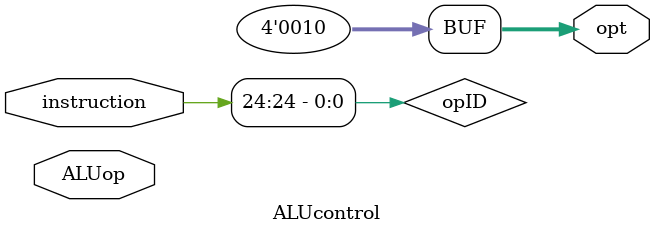
<source format=v>
module ALUcontrol
  #(
     parameter delay = 100
    )
    (
      input [1:0] ALUop,
      input [31:0] instruction,
      output reg [3:0] opt
    );
    
    assign opID = {ALUop, instruction[30], instruction[29], instruction[24]};
    
    always @(opID) begin
      opt = 4'bz;
 
      casex(opID)
        5'b00xxx: opt = 4'b0010;
        5'bx1xxx: opt = 4'b0111;
        5'b1x001: opt = 4'b0010;
        5'b1x101: opt = 4'b0110;
        5'b1x000: opt = 4'b0000;
        5'b1x010: opt = 4'b0001;
      endcase
    end
  
endmodule
</source>
